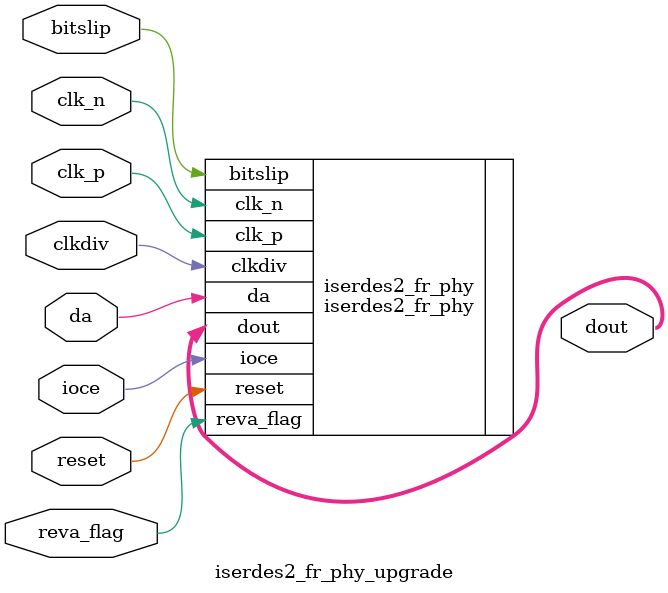
<source format=v>
`timescale 1ns / 10ps
module iserdes2_fr_phy_upgrade #(
	parameter OUTPUT_MODE=0,
	parameter       SIM_TAP_DELAY = 49
)
(
	clk_p,clk_n,ioce,clkdiv,
	bitslip,da,dout,reset,reva_flag
);
input clk_p;
input clk_n;
input reva_flag;
input ioce;
input clkdiv;
input bitslip;
input da;
input reset;

output [15:0] dout;

// FR + 4A + 4B
wire shift_wire_a,shift_wire_b;
wire [7:0] data_a, data_b;
wire ddly_a_m;
localparam DATA_WIDTH=((OUTPUT_MODE==0)?8:
					   (OUTPUT_MODE==1)?7:
					   (OUTPUT_MODE==2)?6:1);
iserdes2_fr_phy #(
	.DATA_WIDTH(DATA_WIDTH)
) iserdes2_fr_phy(
	.clk_p(clk_p), .clk_n(clk_n), .ioce(ioce), .clkdiv(clkdiv),
	.bitslip(bitslip), .da(da), .dout(dout), .reset(reset), .reva_flag(reva_flag)
);
endmodule

</source>
